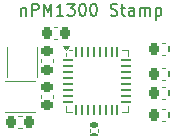
<source format=gbr>
%TF.GenerationSoftware,KiCad,Pcbnew,8.0.3-8.0.3-0~ubuntu23.10.1*%
%TF.CreationDate,2024-10-02T12:58:22-04:00*%
%TF.ProjectId,nPM1300-Stamp,6e504d31-3330-4302-9d53-74616d702e6b,rev?*%
%TF.SameCoordinates,Original*%
%TF.FileFunction,Legend,Top*%
%TF.FilePolarity,Positive*%
%FSLAX46Y46*%
G04 Gerber Fmt 4.6, Leading zero omitted, Abs format (unit mm)*
G04 Created by KiCad (PCBNEW 8.0.3-8.0.3-0~ubuntu23.10.1) date 2024-10-02 12:58:22*
%MOMM*%
%LPD*%
G01*
G04 APERTURE LIST*
G04 Aperture macros list*
%AMRoundRect*
0 Rectangle with rounded corners*
0 $1 Rounding radius*
0 $2 $3 $4 $5 $6 $7 $8 $9 X,Y pos of 4 corners*
0 Add a 4 corners polygon primitive as box body*
4,1,4,$2,$3,$4,$5,$6,$7,$8,$9,$2,$3,0*
0 Add four circle primitives for the rounded corners*
1,1,$1+$1,$2,$3*
1,1,$1+$1,$4,$5*
1,1,$1+$1,$6,$7*
1,1,$1+$1,$8,$9*
0 Add four rect primitives between the rounded corners*
20,1,$1+$1,$2,$3,$4,$5,0*
20,1,$1+$1,$4,$5,$6,$7,0*
20,1,$1+$1,$6,$7,$8,$9,0*
20,1,$1+$1,$8,$9,$2,$3,0*%
G04 Aperture macros list end*
%ADD10C,0.150000*%
%ADD11C,0.120000*%
%ADD12R,1.350000X1.350000*%
%ADD13O,1.350000X1.350000*%
%ADD14RoundRect,0.225000X0.250000X-0.225000X0.250000X0.225000X-0.250000X0.225000X-0.250000X-0.225000X0*%
%ADD15RoundRect,0.225000X-0.225000X-0.250000X0.225000X-0.250000X0.225000X0.250000X-0.225000X0.250000X0*%
%ADD16RoundRect,0.225000X0.225000X0.250000X-0.225000X0.250000X-0.225000X-0.250000X0.225000X-0.250000X0*%
%ADD17RoundRect,0.062500X-0.337500X-0.062500X0.337500X-0.062500X0.337500X0.062500X-0.337500X0.062500X0*%
%ADD18RoundRect,0.062500X-0.062500X-0.337500X0.062500X-0.337500X0.062500X0.337500X-0.062500X0.337500X0*%
%ADD19R,3.600000X3.600000*%
%ADD20R,2.100000X1.100000*%
%ADD21RoundRect,0.225000X-0.250000X0.225000X-0.250000X-0.225000X0.250000X-0.225000X0.250000X0.225000X0*%
%ADD22RoundRect,0.140000X-0.170000X0.140000X-0.170000X-0.140000X0.170000X-0.140000X0.170000X0.140000X0*%
%ADD23R,1.100000X2.100000*%
G04 APERTURE END LIST*
D10*
X144095238Y-93288152D02*
X144095238Y-93954819D01*
X144095238Y-93383390D02*
X144142857Y-93335771D01*
X144142857Y-93335771D02*
X144238095Y-93288152D01*
X144238095Y-93288152D02*
X144380952Y-93288152D01*
X144380952Y-93288152D02*
X144476190Y-93335771D01*
X144476190Y-93335771D02*
X144523809Y-93431009D01*
X144523809Y-93431009D02*
X144523809Y-93954819D01*
X145000000Y-93954819D02*
X145000000Y-92954819D01*
X145000000Y-92954819D02*
X145380952Y-92954819D01*
X145380952Y-92954819D02*
X145476190Y-93002438D01*
X145476190Y-93002438D02*
X145523809Y-93050057D01*
X145523809Y-93050057D02*
X145571428Y-93145295D01*
X145571428Y-93145295D02*
X145571428Y-93288152D01*
X145571428Y-93288152D02*
X145523809Y-93383390D01*
X145523809Y-93383390D02*
X145476190Y-93431009D01*
X145476190Y-93431009D02*
X145380952Y-93478628D01*
X145380952Y-93478628D02*
X145000000Y-93478628D01*
X146000000Y-93954819D02*
X146000000Y-92954819D01*
X146000000Y-92954819D02*
X146333333Y-93669104D01*
X146333333Y-93669104D02*
X146666666Y-92954819D01*
X146666666Y-92954819D02*
X146666666Y-93954819D01*
X147666666Y-93954819D02*
X147095238Y-93954819D01*
X147380952Y-93954819D02*
X147380952Y-92954819D01*
X147380952Y-92954819D02*
X147285714Y-93097676D01*
X147285714Y-93097676D02*
X147190476Y-93192914D01*
X147190476Y-93192914D02*
X147095238Y-93240533D01*
X148000000Y-92954819D02*
X148619047Y-92954819D01*
X148619047Y-92954819D02*
X148285714Y-93335771D01*
X148285714Y-93335771D02*
X148428571Y-93335771D01*
X148428571Y-93335771D02*
X148523809Y-93383390D01*
X148523809Y-93383390D02*
X148571428Y-93431009D01*
X148571428Y-93431009D02*
X148619047Y-93526247D01*
X148619047Y-93526247D02*
X148619047Y-93764342D01*
X148619047Y-93764342D02*
X148571428Y-93859580D01*
X148571428Y-93859580D02*
X148523809Y-93907200D01*
X148523809Y-93907200D02*
X148428571Y-93954819D01*
X148428571Y-93954819D02*
X148142857Y-93954819D01*
X148142857Y-93954819D02*
X148047619Y-93907200D01*
X148047619Y-93907200D02*
X148000000Y-93859580D01*
X149238095Y-92954819D02*
X149333333Y-92954819D01*
X149333333Y-92954819D02*
X149428571Y-93002438D01*
X149428571Y-93002438D02*
X149476190Y-93050057D01*
X149476190Y-93050057D02*
X149523809Y-93145295D01*
X149523809Y-93145295D02*
X149571428Y-93335771D01*
X149571428Y-93335771D02*
X149571428Y-93573866D01*
X149571428Y-93573866D02*
X149523809Y-93764342D01*
X149523809Y-93764342D02*
X149476190Y-93859580D01*
X149476190Y-93859580D02*
X149428571Y-93907200D01*
X149428571Y-93907200D02*
X149333333Y-93954819D01*
X149333333Y-93954819D02*
X149238095Y-93954819D01*
X149238095Y-93954819D02*
X149142857Y-93907200D01*
X149142857Y-93907200D02*
X149095238Y-93859580D01*
X149095238Y-93859580D02*
X149047619Y-93764342D01*
X149047619Y-93764342D02*
X149000000Y-93573866D01*
X149000000Y-93573866D02*
X149000000Y-93335771D01*
X149000000Y-93335771D02*
X149047619Y-93145295D01*
X149047619Y-93145295D02*
X149095238Y-93050057D01*
X149095238Y-93050057D02*
X149142857Y-93002438D01*
X149142857Y-93002438D02*
X149238095Y-92954819D01*
X150190476Y-92954819D02*
X150285714Y-92954819D01*
X150285714Y-92954819D02*
X150380952Y-93002438D01*
X150380952Y-93002438D02*
X150428571Y-93050057D01*
X150428571Y-93050057D02*
X150476190Y-93145295D01*
X150476190Y-93145295D02*
X150523809Y-93335771D01*
X150523809Y-93335771D02*
X150523809Y-93573866D01*
X150523809Y-93573866D02*
X150476190Y-93764342D01*
X150476190Y-93764342D02*
X150428571Y-93859580D01*
X150428571Y-93859580D02*
X150380952Y-93907200D01*
X150380952Y-93907200D02*
X150285714Y-93954819D01*
X150285714Y-93954819D02*
X150190476Y-93954819D01*
X150190476Y-93954819D02*
X150095238Y-93907200D01*
X150095238Y-93907200D02*
X150047619Y-93859580D01*
X150047619Y-93859580D02*
X150000000Y-93764342D01*
X150000000Y-93764342D02*
X149952381Y-93573866D01*
X149952381Y-93573866D02*
X149952381Y-93335771D01*
X149952381Y-93335771D02*
X150000000Y-93145295D01*
X150000000Y-93145295D02*
X150047619Y-93050057D01*
X150047619Y-93050057D02*
X150095238Y-93002438D01*
X150095238Y-93002438D02*
X150190476Y-92954819D01*
X151666667Y-93907200D02*
X151809524Y-93954819D01*
X151809524Y-93954819D02*
X152047619Y-93954819D01*
X152047619Y-93954819D02*
X152142857Y-93907200D01*
X152142857Y-93907200D02*
X152190476Y-93859580D01*
X152190476Y-93859580D02*
X152238095Y-93764342D01*
X152238095Y-93764342D02*
X152238095Y-93669104D01*
X152238095Y-93669104D02*
X152190476Y-93573866D01*
X152190476Y-93573866D02*
X152142857Y-93526247D01*
X152142857Y-93526247D02*
X152047619Y-93478628D01*
X152047619Y-93478628D02*
X151857143Y-93431009D01*
X151857143Y-93431009D02*
X151761905Y-93383390D01*
X151761905Y-93383390D02*
X151714286Y-93335771D01*
X151714286Y-93335771D02*
X151666667Y-93240533D01*
X151666667Y-93240533D02*
X151666667Y-93145295D01*
X151666667Y-93145295D02*
X151714286Y-93050057D01*
X151714286Y-93050057D02*
X151761905Y-93002438D01*
X151761905Y-93002438D02*
X151857143Y-92954819D01*
X151857143Y-92954819D02*
X152095238Y-92954819D01*
X152095238Y-92954819D02*
X152238095Y-93002438D01*
X152523810Y-93288152D02*
X152904762Y-93288152D01*
X152666667Y-92954819D02*
X152666667Y-93811961D01*
X152666667Y-93811961D02*
X152714286Y-93907200D01*
X152714286Y-93907200D02*
X152809524Y-93954819D01*
X152809524Y-93954819D02*
X152904762Y-93954819D01*
X153666667Y-93954819D02*
X153666667Y-93431009D01*
X153666667Y-93431009D02*
X153619048Y-93335771D01*
X153619048Y-93335771D02*
X153523810Y-93288152D01*
X153523810Y-93288152D02*
X153333334Y-93288152D01*
X153333334Y-93288152D02*
X153238096Y-93335771D01*
X153666667Y-93907200D02*
X153571429Y-93954819D01*
X153571429Y-93954819D02*
X153333334Y-93954819D01*
X153333334Y-93954819D02*
X153238096Y-93907200D01*
X153238096Y-93907200D02*
X153190477Y-93811961D01*
X153190477Y-93811961D02*
X153190477Y-93716723D01*
X153190477Y-93716723D02*
X153238096Y-93621485D01*
X153238096Y-93621485D02*
X153333334Y-93573866D01*
X153333334Y-93573866D02*
X153571429Y-93573866D01*
X153571429Y-93573866D02*
X153666667Y-93526247D01*
X154142858Y-93954819D02*
X154142858Y-93288152D01*
X154142858Y-93383390D02*
X154190477Y-93335771D01*
X154190477Y-93335771D02*
X154285715Y-93288152D01*
X154285715Y-93288152D02*
X154428572Y-93288152D01*
X154428572Y-93288152D02*
X154523810Y-93335771D01*
X154523810Y-93335771D02*
X154571429Y-93431009D01*
X154571429Y-93431009D02*
X154571429Y-93954819D01*
X154571429Y-93431009D02*
X154619048Y-93335771D01*
X154619048Y-93335771D02*
X154714286Y-93288152D01*
X154714286Y-93288152D02*
X154857143Y-93288152D01*
X154857143Y-93288152D02*
X154952382Y-93335771D01*
X154952382Y-93335771D02*
X155000001Y-93431009D01*
X155000001Y-93431009D02*
X155000001Y-93954819D01*
X155476191Y-93288152D02*
X155476191Y-94288152D01*
X155476191Y-93335771D02*
X155571429Y-93288152D01*
X155571429Y-93288152D02*
X155761905Y-93288152D01*
X155761905Y-93288152D02*
X155857143Y-93335771D01*
X155857143Y-93335771D02*
X155904762Y-93383390D01*
X155904762Y-93383390D02*
X155952381Y-93478628D01*
X155952381Y-93478628D02*
X155952381Y-93764342D01*
X155952381Y-93764342D02*
X155904762Y-93859580D01*
X155904762Y-93859580D02*
X155857143Y-93907200D01*
X155857143Y-93907200D02*
X155761905Y-93954819D01*
X155761905Y-93954819D02*
X155571429Y-93954819D01*
X155571429Y-93954819D02*
X155476191Y-93907200D01*
D11*
%TO.C,C3*%
X145780000Y-97900580D02*
X145780000Y-97619420D01*
X146800000Y-97900580D02*
X146800000Y-97619420D01*
%TO.C,C5*%
X155999420Y-98420000D02*
X156280580Y-98420000D01*
X155999420Y-99440000D02*
X156280580Y-99440000D01*
%TO.C,C7*%
X147170580Y-94950000D02*
X146889420Y-94950000D01*
X147170580Y-95970000D02*
X146889420Y-95970000D01*
%TO.C,U1*%
X147890000Y-97365000D02*
X147890000Y-97130000D01*
X147890000Y-102110000D02*
X147890000Y-101635000D01*
X148365000Y-96890000D02*
X148190000Y-96890000D01*
X148365000Y-102110000D02*
X147890000Y-102110000D01*
X152635000Y-96890000D02*
X153110000Y-96890000D01*
X152635000Y-102110000D02*
X153110000Y-102110000D01*
X153110000Y-96890000D02*
X153110000Y-97365000D01*
X153110000Y-102110000D02*
X153110000Y-101635000D01*
X147890000Y-96890000D02*
X147650000Y-96560000D01*
X148130000Y-96560000D01*
X147890000Y-96890000D01*
G36*
X147890000Y-96890000D02*
G01*
X147650000Y-96560000D01*
X148130000Y-96560000D01*
X147890000Y-96890000D01*
G37*
%TO.C,L1*%
X142860000Y-96610000D02*
X142860000Y-99130000D01*
X145480000Y-96610000D02*
X145480000Y-99130000D01*
%TO.C,C2*%
X145780000Y-100639420D02*
X145780000Y-100920580D01*
X146800000Y-100639420D02*
X146800000Y-100920580D01*
%TO.C,C6*%
X155999420Y-96290000D02*
X156280580Y-96290000D01*
X155999420Y-97310000D02*
X156280580Y-97310000D01*
%TO.C,C13*%
X155999420Y-101865000D02*
X156280580Y-101865000D01*
X155999420Y-102885000D02*
X156280580Y-102885000D01*
%TO.C,C1*%
X149890000Y-103592164D02*
X149890000Y-103807836D01*
X150610000Y-103592164D02*
X150610000Y-103807836D01*
%TO.C,L2*%
X142710000Y-99470000D02*
X145230000Y-99470000D01*
X142710000Y-102090000D02*
X145230000Y-102090000D01*
%TO.C,C4*%
X155999420Y-99990000D02*
X156280580Y-99990000D01*
X155999420Y-101010000D02*
X156280580Y-101010000D01*
%TO.C,C8*%
X143859420Y-102440000D02*
X144140580Y-102440000D01*
X143859420Y-103460000D02*
X144140580Y-103460000D01*
%TD*%
%LPC*%
D12*
%TO.C,J4*%
X157000000Y-91000000D03*
D13*
X155000000Y-91000000D03*
X153000000Y-91000000D03*
X151000000Y-91000000D03*
X149000000Y-91000000D03*
X147000000Y-91000000D03*
X145000000Y-91000000D03*
X143000000Y-91000000D03*
%TD*%
D14*
%TO.C,C3*%
X146290000Y-98535000D03*
X146290000Y-96985000D03*
%TD*%
D15*
%TO.C,C5*%
X155365000Y-98930000D03*
X156915000Y-98930000D03*
%TD*%
D16*
%TO.C,C7*%
X147805000Y-95460000D03*
X146255000Y-95460000D03*
%TD*%
D17*
%TO.C,U1*%
X148050000Y-97750000D03*
X148050000Y-98250000D03*
X148050000Y-98750000D03*
X148050000Y-99250000D03*
X148050000Y-99750000D03*
X148050000Y-100250000D03*
X148050000Y-100750000D03*
X148050000Y-101250000D03*
D18*
X148750000Y-101950000D03*
X149250000Y-101950000D03*
X149750000Y-101950000D03*
X150250000Y-101950000D03*
X150750000Y-101950000D03*
X151250000Y-101950000D03*
X151750000Y-101950000D03*
X152250000Y-101950000D03*
D17*
X152950000Y-101250000D03*
X152950000Y-100750000D03*
X152950000Y-100250000D03*
X152950000Y-99750000D03*
X152950000Y-99250000D03*
X152950000Y-98750000D03*
X152950000Y-98250000D03*
X152950000Y-97750000D03*
D18*
X152250000Y-97050000D03*
X151750000Y-97050000D03*
X151250000Y-97050000D03*
X150750000Y-97050000D03*
X150250000Y-97050000D03*
X149750000Y-97050000D03*
X149250000Y-97050000D03*
X148750000Y-97050000D03*
D19*
X150500000Y-99500000D03*
%TD*%
D20*
%TO.C,L1*%
X144170000Y-97170000D03*
X144170000Y-98570000D03*
%TD*%
D21*
%TO.C,C2*%
X146290000Y-100005000D03*
X146290000Y-101555000D03*
%TD*%
D15*
%TO.C,C6*%
X155365000Y-96800000D03*
X156915000Y-96800000D03*
%TD*%
%TO.C,C13*%
X155365000Y-102375000D03*
X156915000Y-102375000D03*
%TD*%
D22*
%TO.C,C1*%
X150250000Y-103220000D03*
X150250000Y-104180000D03*
%TD*%
D23*
%TO.C,L2*%
X143270000Y-100780000D03*
X144670000Y-100780000D03*
%TD*%
D12*
%TO.C,J3*%
X159000000Y-107000000D03*
D13*
X159000000Y-105000000D03*
X159000000Y-103000000D03*
X159000000Y-101000000D03*
X159000000Y-99000000D03*
X159000000Y-97000000D03*
X159000000Y-95000000D03*
X159000000Y-93000000D03*
%TD*%
D12*
%TO.C,J1*%
X141000000Y-93000000D03*
D13*
X141000000Y-95000000D03*
X141000000Y-97000000D03*
X141000000Y-99000000D03*
X141000000Y-101000000D03*
X141000000Y-103000000D03*
X141000000Y-105000000D03*
X141000000Y-107000000D03*
%TD*%
D15*
%TO.C,C4*%
X155365000Y-100500000D03*
X156915000Y-100500000D03*
%TD*%
%TO.C,C8*%
X143225000Y-102950000D03*
X144775000Y-102950000D03*
%TD*%
D12*
%TO.C,J2*%
X143000000Y-109000000D03*
D13*
X145000000Y-109000000D03*
X147000000Y-109000000D03*
X149000000Y-109000000D03*
X151000000Y-109000000D03*
X153000000Y-109000000D03*
X155000000Y-109000000D03*
X157000000Y-109000000D03*
%TD*%
%LPD*%
M02*

</source>
